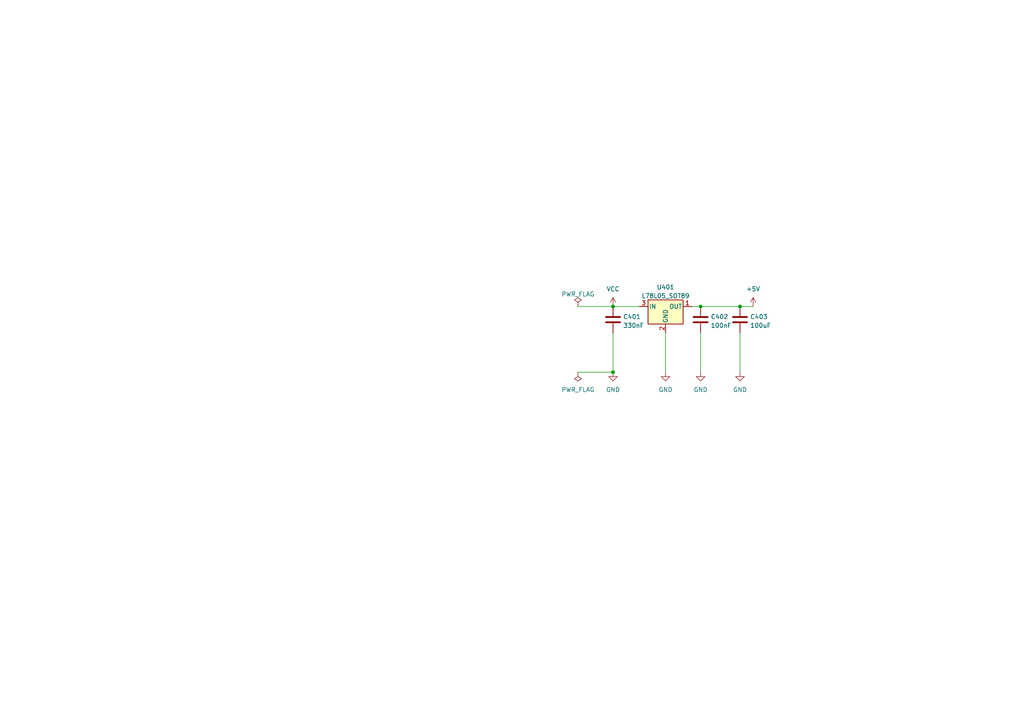
<source format=kicad_sch>
(kicad_sch (version 20231120) (generator "eeschema") (generator_version "8.0")
  (paper "A4")
  (lib_symbols
    (symbol "Device:C" (pin_numbers hide) (pin_names (offset 0.254))
      (property "Reference" "C" (at 0.635 2.54 0))
      (property "Value" "C" (at 0.635 -2.54 0))
      (symbol "C_0_1"
        (polyline (pts (xy -2.032 -0.762) (xy 2.032 -0.762)) (stroke (width 0.508)))
        (polyline (pts (xy -2.032 0.762) (xy 2.032 0.762)) (stroke (width 0.508)))
      )
      (symbol "C_1_1"
        (pin passive line (at 0 3.81 270) (length 2.794) (name "~") (number "1"))
        (pin passive line (at 0 -3.81 90) (length 2.794) (name "~") (number "2"))
      )
    )
    (symbol "Regulator_Linear:L78L05_SOT89" (pin_names (offset 0.254))
      (property "Reference" "U" (at -3.81 3.175 0))
      (property "Value" "L78L05_SOT89" (at -0.635 3.175 0))
      (symbol "L78L05_SOT89_0_1"
        (rectangle (start -5.08 1.905) (end 5.08 -5.08) (stroke (width 0.254)) (fill (type background)))
      )
      (symbol "L78L05_SOT89_1_1"
        (pin power_out line (at 7.62 0 180) (length 2.54) (name "OUT") (number "1"))
        (pin power_in line (at 0 -7.62 90) (length 2.54) (name "GND") (number "2"))
        (pin power_in line (at -7.62 0 0) (length 2.54) (name "IN") (number "3"))
      )
    )
    (symbol "power:+5V" (power) (pin_names (offset 0))
      (property "Value" "+5V" (at 0 3.556 0))
      (symbol "+5V_0_1"
        (polyline (pts (xy -0.762 1.27) (xy 0 2.54)))
        (polyline (pts (xy 0 0) (xy 0 2.54)))
        (polyline (pts (xy 0 2.54) (xy 0.762 1.27)))
      )
      (symbol "+5V_1_1"
        (pin power_in line (at 0 0 90) (length 0) hide (name "+5V") (number "1"))
      )
    )
    (symbol "power:GND" (power) (pin_names (offset 0))
      (property "Value" "GND" (at 0 -3.81 0))
      (symbol "GND_0_1"
        (polyline (pts (xy 0 0) (xy 0 -1.27) (xy 1.27 -1.27) (xy 0 -2.54) (xy -1.27 -1.27) (xy 0 -1.27)))
      )
      (symbol "GND_1_1"
        (pin power_in line (at 0 0 270) (length 0) hide (name "GND") (number "1"))
      )
    )
    (symbol "power:PWR_FLAG" (power) (pin_numbers hide) (pin_names (offset 0) hide)
      (property "Value" "PWR_FLAG" (at 0 3.81 0))
      (symbol "PWR_FLAG_0_0"
        (pin power_out line (at 0 0 90) (length 0) (name "pwr") (number "1"))
      )
      (symbol "PWR_FLAG_0_1"
        (polyline (pts (xy 0 0) (xy 0 1.27) (xy -1.016 1.905) (xy 0 2.54) (xy 1.016 1.905) (xy 0 1.27)))
      )
    )
    (symbol "power:VCC" (power) (pin_names (offset 0))
      (property "Value" "VCC" (at 0 3.81 0))
      (symbol "VCC_0_1"
        (polyline (pts (xy -0.762 1.27) (xy 0 2.54)))
        (polyline (pts (xy 0 0) (xy 0 2.54)))
        (polyline (pts (xy 0 2.54) (xy 0.762 1.27)))
      )
      (symbol "VCC_1_1"
        (pin power_in line (at 0 0 90) (length 0) hide (name "VCC") (number "1"))
      )
    )
  )
  (junction (at 203.2 88.9))
  (junction (at 214.63 88.9))
  (junction (at 177.8 107.95))
  (junction (at 177.8 88.9))
  (wire (pts (xy 177.8 88.9) (xy 185.42 88.9)))
  (wire (pts (xy 203.2 96.52) (xy 203.2 107.95)))
  (wire (pts (xy 167.64 88.9) (xy 177.8 88.9)))
  (wire (pts (xy 214.63 96.52) (xy 214.63 107.95)))
  (wire (pts (xy 214.63 88.9) (xy 218.44 88.9)))
  (wire (pts (xy 167.64 107.95) (xy 177.8 107.95)))
  (wire (pts (xy 177.8 96.52) (xy 177.8 107.95)))
  (wire (pts (xy 200.66 88.9) (xy 203.2 88.9)))
  (wire (pts (xy 203.2 88.9) (xy 214.63 88.9)))
  (wire (pts (xy 193.04 96.52) (xy 193.04 107.95)))
  (symbol (lib_id "power:PWR_FLAG") (at 167.64 107.95 180) (unit 1)
    (property "Reference" "#FLG0102" (effects (hide yes)))
    (property "Value" "PWR_FLAG" (at 167.64 113.03 0))
  )
  (symbol (lib_id "Device:C") (at 203.2 92.71 0) (unit 1)
    (property "Reference" "C402" (at 206.121 91.8753 0) (effects (justify left)))
    (property "Value" "100nF" (at 206.121 94.4122 0) (effects (justify left)))
    (property "Footprint" "Capacitor_SMD:C_0603_1608Metric_Pad1.08x0.95mm_HandSolder" (effects (hide yes)))
    (property "JLCPCB Part#" "C14663" (effects (hide yes)))
  )
  (symbol (lib_id "power:GND") (at 193.04 107.95 0) (unit 1)
    (property "Reference" "#PWR013" (effects (hide yes)))
    (property "Value" "GND" (at 193.04 113.03 0))
  )
  (symbol (lib_id "power:+5V") (at 218.44 88.9 0) (unit 1)
    (property "Reference" "#PWR011" (effects (hide yes)))
    (property "Value" "+5V" (at 218.44 83.82 0))
  )
  (symbol (lib_id "Regulator_Linear:L78L05_SOT89") (at 193.04 88.9 0) (unit 1)
    (property "Reference" "U401" (at 193.04 83.2952 0))
    (property "Value" "L78L05_SOT89" (at 193.04 85.8321 0))
    (property "Footprint" "Package_TO_SOT_SMD:SOT-89-3" (effects (hide yes)))
    (property "Datasheet" "http://www.st.com/content/ccc/resource/technical/document/datasheet/15/55/e5/aa/23/5b/43/fd/CD00000446.pdf/files/CD00000446.pdf/jcr:content/translations/en.CD00000446.pdf" (effects (hide yes)))
    (property "JLCPCB Part#" "C71136" (effects (hide yes)))
  )
  (symbol (lib_id "power:PWR_FLAG") (at 167.64 88.9 0) (unit 1)
    (property "Reference" "#FLG0101" (effects (hide yes)))
    (property "Value" "PWR_FLAG" (at 167.64 85.3242 0))
  )
  (symbol (lib_id "power:GND") (at 214.63 107.95 0) (unit 1)
    (property "Reference" "#PWR015" (effects (hide yes)))
    (property "Value" "GND" (at 214.63 113.03 0))
  )
  (symbol (lib_id "power:GND") (at 203.2 107.95 0) (unit 1)
    (property "Reference" "#PWR014" (effects (hide yes)))
    (property "Value" "GND" (at 203.2 113.03 0))
  )
  (symbol (lib_id "Device:C") (at 177.8 92.71 0) (unit 1)
    (property "Reference" "C401" (at 180.721 91.8753 0) (effects (justify left)))
    (property "Value" "330nF" (at 180.721 94.4122 0) (effects (justify left)))
    (property "Footprint" "Capacitor_SMD:C_0603_1608Metric_Pad1.08x0.95mm_HandSolder" (effects (hide yes)))
    (property "JLCPCB Part#" "C1615" (effects (hide yes)))
  )
  (symbol (lib_id "power:VCC") (at 177.8 88.9 0) (unit 1)
    (property "Reference" "#PWR010" (effects (hide yes)))
    (property "Value" "VCC" (at 177.8 83.82 0))
  )
  (symbol (lib_id "Device:C") (at 214.63 92.71 0) (unit 1)
    (property "Reference" "C403" (at 217.551 91.8753 0) (effects (justify left)))
    (property "Value" "100uF" (at 217.551 94.4122 0) (effects (justify left)))
    (property "Footprint" "Capacitor_SMD:C_1206_3216Metric_Pad1.33x1.80mm_HandSolder" (effects (hide yes)))
    (property "JLCPCB Part#" "C15008" (effects (hide yes)))
  )
  (symbol (lib_id "power:GND") (at 177.8 107.95 0) (unit 1)
    (property "Reference" "#PWR012" (effects (hide yes)))
    (property "Value" "GND" (at 177.8 113.03 0))
  )
)
</source>
